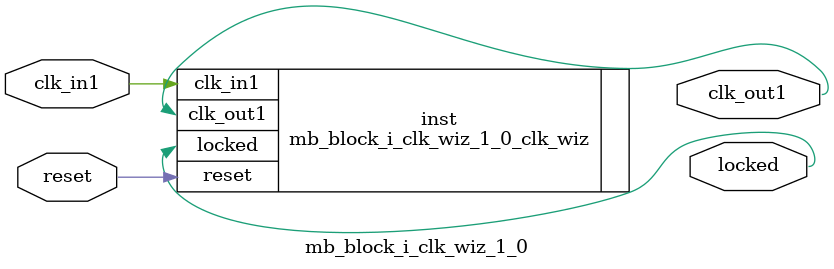
<source format=v>


`timescale 1ps/1ps

(* CORE_GENERATION_INFO = "mb_block_i_clk_wiz_1_0,clk_wiz_v6_0_11_0_0,{component_name=mb_block_i_clk_wiz_1_0,use_phase_alignment=true,use_min_o_jitter=false,use_max_i_jitter=false,use_dyn_phase_shift=false,use_inclk_switchover=false,use_dyn_reconfig=false,enable_axi=0,feedback_source=FDBK_AUTO,PRIMITIVE=MMCM,num_out_clk=1,clkin1_period=10.000,clkin2_period=10.000,use_power_down=false,use_reset=true,use_locked=true,use_inclk_stopped=false,feedback_type=SINGLE,CLOCK_MGR_TYPE=NA,manual_override=false}" *)

module mb_block_i_clk_wiz_1_0 
 (
  // Clock out ports
  output        clk_out1,
  // Status and control signals
  input         reset,
  output        locked,
 // Clock in ports
  input         clk_in1
 );

  mb_block_i_clk_wiz_1_0_clk_wiz inst
  (
  // Clock out ports  
  .clk_out1(clk_out1),
  // Status and control signals               
  .reset(reset), 
  .locked(locked),
 // Clock in ports
  .clk_in1(clk_in1)
  );

endmodule

</source>
